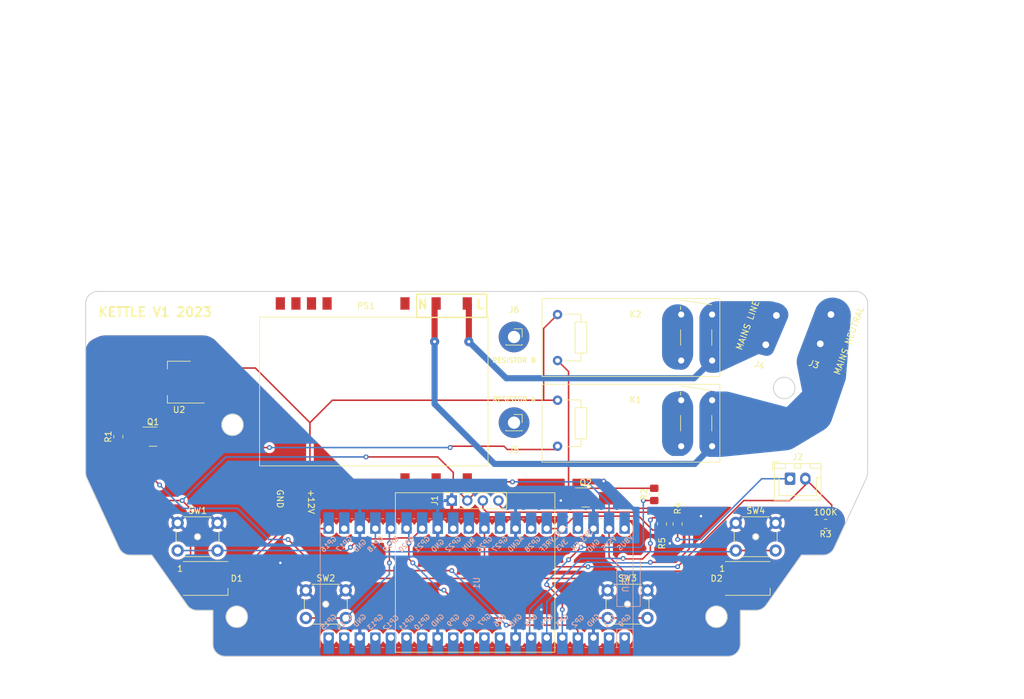
<source format=kicad_pcb>
(kicad_pcb (version 20221018) (generator pcbnew)
  (layers (0 "F.Cu" signal) (31 "B.Cu" signal) (34 "B.Paste" user) (35 "F.Paste" user) (36 "B.SilkS" user "B.Silkscreen") (37 "F.SilkS" user "F.Silkscreen") (38 "B.Mask" user) (39 "F.Mask" user) (44 "Edge.Cuts" user))
  (net 0 "")
  (net 1 "GND")
  (net 2 "+5V")
  (net 3 "/SCL")
  (net 4 "/SDA")
  (net 5 "+3.3V")
  (net 6 "/TEMPERATURE_PIN")
  (net 7 "/RESISTOR_A")
  (net 8 "LINE")
  (net 9 "+12V")
  (net 10 "Net-(Q1-C)")
  (net 11 "/RESISTOR_B")
  (net 12 "NEUT")
  (net 13 "Net-(Q2-C)")
  (net 14 "Net-(Q1-B)")
  (net 15 "Net-(Q2-B)")
  (net 16 "/TRIG_RELAY_A")
  (net 17 "/TRIG_RELAY_B")
  (net 30 "Net-(D1-DOUT)")
  (net 38 "/BTN_PROG")
  (net 39 "/BTN_MINUS")
  (net 40 "/BTN_PLUS")
  (net 41 "/BTN_ON_OFF")
  (net 42 "/LEDS")
  (footprint "Connector_PinSocket_2.54mm:PinSocket_1x04_P2.54mm_Vertical" (layer "F.Cu") (at 59.69 -25.4 90)
    (fp_text reference "J1")
    (fp_text value "SSD1306")
  )
  (footprint "Resistor_SMD:R_0805_2012Metric_Pad1.20x1.40mm_HandSolder" (layer "F.Cu") (at 120.65 -21.59 180)
    (fp_text reference "R3")
    (fp_text value "100K")
  )
  (footprint "Resistor_SMD:R_0805_2012Metric_Pad1.20x1.40mm_HandSolder" (layer "F.Cu") (at 92.71 -26.4 90)
    (fp_text reference "R2")
    (fp_text value "10K")
  )
  (footprint "Button_Switch_THT:SW_PUSH_6mm_H4.3mm" (layer "F.Cu") (at 35.91 -10.75)
    (fp_text reference "SW2")
    (fp_text value "MINUS")
  )
  (footprint "local:SOT-23 - 2N2222 BEC" (layer "F.Cu") (at 81.534 -25.908)
    (fp_text reference "Q2")
    (fp_text value "PN2222A")
  )
  (footprint "local:relay_RZHH 1 form A NO" (layer "F.Cu") (at 74.405 -58.325)
    (fp_text reference "K2")
    (fp_text value "Relay_SPST-NO")
  )
  (footprint "LED_SMD:LED_WS2812B_PLCC4_5.0x5.0mm_P3.2mm" (layer "F.Cu") (at 107.95 -12.7)
    (fp_text reference "D2")
    (fp_text value "WS2812B")
  )
  (footprint "local:relay_RZHH 1 form A NO" (layer "F.Cu") (at 74.405 -44.355)
    (fp_text reference "K1")
    (fp_text value "Relay_SPST-NO")
  )
  (footprint "Connector_PinSocket_2.54mm:PinSocket_1x01_P2.54mm_Vertical" (layer "F.Cu") (at 69.85 -38.1)
    (fp_text reference "J5")
    (fp_text value "RESISTOR A")
  )
  (footprint "Connector_PinSocket_2.54mm:PinSocket_1x01_P2.54mm_Vertical" (layer "F.Cu") (at 69.85 -52.07)
    (fp_text reference "J6")
    (fp_text value "RESISTOR B")
  )
  (footprint "Converter_ACDC:Converter_ACDC_MeanWell_IRM-03-xx_SMD" (layer "F.Cu") (at 46.99 -43.18 -90)
    (fp_text reference "PS1")
    (fp_text value "IRM-03-12S")
  )
  (footprint "local:mains connector" (layer "F.Cu") (at 110.891269 -50.8 -20)
    (fp_text reference "J4")
    (fp_text value "MAINS LINE")
  )
  (footprint "Resistor_SMD:R_0805_2012Metric_Pad1.20x1.40mm_HandSolder" (layer "F.Cu") (at 93.98 -21.59 -90)
    (fp_text reference "R5")
    (fp_text value "10K")
  )
  (footprint "Resistor_SMD:R_0805_2012Metric_Pad1.20x1.40mm_HandSolder" (layer "F.Cu") (at 96.52 -21.59 -90)
    (fp_text reference "R4")
    (fp_text value "10K")
  )
  (footprint "Button_Switch_THT:SW_PUSH_6mm_H4.3mm" (layer "F.Cu") (at 15 -21.75)
    (fp_text reference "SW1")
    (fp_text value "PROG")
  )
  (footprint "Connector_JST:JST_XH_B2B-XH-A_1x02_P2.50mm_Vertical" (layer "F.Cu") (at 114.848 -28.956)
    (fp_text reference "J2")
    (fp_text value "Conn_01x02_Pin")
  )
  (footprint "Button_Switch_THT:SW_PUSH_6mm_H4.3mm" (layer "F.Cu") (at 85.1 -10.75)
    (fp_text reference "SW3")
    (fp_text value "PLUS")
  )
  (footprint "local:mains connector" (layer "F.Cu") (at 119.781269 -50.95318 -20)
    (fp_text reference "J3")
    (fp_text value "MAINS NEUTRAL")
  )
  (footprint "Resistor_SMD:R_0805_2012Metric_Pad1.20x1.40mm_HandSolder" (layer "F.Cu") (at 5.334 -35.814 90)
    (fp_text reference "R1")
    (fp_text value "10K")
  )
  (footprint "Button_Switch_THT:SW_PUSH_6mm_H4.3mm" (layer "F.Cu") (at 106 -21.75)
    (fp_text reference "SW4")
    (fp_text value "ON OFF")
  )
  (footprint "LED_SMD:LED_WS2812B_PLCC4_5.0x5.0mm_P3.2mm" (layer "F.Cu") (at 19.558 -12.7)
    (fp_text reference "D1")
    (fp_text value "WS2812B")
  )
  (footprint "Package_TO_SOT_SMD:SOT-223-3_TabPin2" (layer "F.Cu") (at 15.24 -44.704 180)
    (fp_text reference "U2")
    (fp_text value "AP1117-50")
  )
  (footprint "local:SOT-23 - 2N2222 BEC" (layer "F.Cu") (at 11.0005 -35.814)
    (fp_text reference "Q1")
    (fp_text value "PN2222A")
  )
  (footprint "local:RPi_Pico_SMD_TH" (layer "B.Cu") (at 63.754 -11.938 90)
    (fp_text reference "U1")
    (fp_text value "Pico")
  )
  (gr_rect (start 53.975 -59.055) (end 65.405 -55.245) (stroke (width 0.2)) (fill none) (layer "F.SilkS"))
  (gr_line (start 16.552401 -8.34699) (end 10.8 -16.5) (stroke (width 0.15)) (layer "Edge.Cuts"))
  (gr_circle (center 113.9 -43.75) (end 115.65 -43.75) (stroke (width 0.15)) (fill none) (layer "Edge.Cuts"))
  (gr_arc (start 0 -57.5) (mid 0.585786 -58.914214) (end 2 -59.5) (stroke (width 0.15)) (layer "Edge.Cuts"))
  (gr_circle (center 24.65 -6.45) (end 26.4 -6.45) (stroke (width 0.15)) (fill none) (layer "Edge.Cuts"))
  (gr_circle (center 102.85 -6.45) (end 104.6 -6.45) (stroke (width 0.15)) (fill none) (layer "Edge.Cuts"))
  (gr_circle (center 23.95 -37.75) (end 25.7 -37.75) (stroke (width 0.15)) (fill none) (layer "Edge.Cuts"))
  (gr_line (start 0 -57.5) (end 0 -29.939274) (stroke (width 0.15)) (layer "Edge.Cuts"))
  (gr_line (start 125.5 -59.5) (end 2 -59.5) (stroke (width 0.15)) (layer "Edge.Cuts"))
  (gr_line (start 20.75 -2) (end 20.75 -7.5) (stroke (width 0.15)) (layer "Edge.Cuts"))
  (gr_arc (start 7.279665 -16.5) (mid 6.20176 -16.815331) (end 5.463746 -17.661884) (stroke (width 0.15)) (layer "Edge.Cuts"))
  (gr_circle (center 18.25 -19.5) (end 18.75 -19.5) (stroke (width 0.15)) (fill none) (layer "Edge.Cuts"))
  (gr_circle (center 39.15 -8.5) (end 39.65 -8.5) (stroke (width 0.15)) (fill none) (layer "Edge.Cuts"))
  (gr_arc (start 127.5 -29.939274) (mid 127.453432 -29.510229) (end 127.315919 -29.101157) (stroke (width 0.15)) (layer "Edge.Cuts"))
  (gr_line (start 116.7 -16.5) (end 110.947599 -8.34699) (stroke (width 0.15)) (layer "Edge.Cuts"))
  (gr_arc (start 18.186589 -7.5) (mid 17.266272 -7.724332) (end 16.552401 -8.34699) (stroke (width 0.15)) (layer "Edge.Cuts"))
  (gr_arc (start 122.036254 -17.661884) (mid 121.298245 -16.815316) (end 120.220335 -16.5) (stroke (width 0.15)) (layer "Edge.Cuts"))
  (gr_arc (start 125.5 -59.5) (mid 126.914214 -58.914214) (end 127.5 -57.5) (stroke (width 0.15)) (layer "Edge.Cuts"))
  (gr_arc (start 106.75 -2) (mid 106.164214 -0.585786) (end 104.75 0) (stroke (width 0.15)) (layer "Edge.Cuts"))
  (gr_arc (start 0.184081 -29.101157) (mid 0.046563 -29.510227) (end 0 -29.939274) (stroke (width 0.15)) (layer "Edge.Cuts"))
  (gr_line (start 10.8 -16.5) (end 7.279665 -16.5) (stroke (width 0.15)) (layer "Edge.Cuts"))
  (gr_line (start 109.313411 -7.5) (end 106.75 -7.5) (stroke (width 0.15)) (layer "Edge.Cuts"))
  (gr_line (start 22.75 0) (end 104.75 0) (stroke (width 0.15)) (layer "Edge.Cuts"))
  (gr_line (start 127.315919 -29.101157) (end 122.036254 -17.661884) (stroke (width 0.15)) (layer "Edge.Cuts"))
  (gr_line (start 127.5 -29.939274) (end 127.5 -57.5) (stroke (width 0.15)) (layer "Edge.Cuts"))
  (gr_circle (center 88.35 -8.5) (end 88.85 -8.5) (stroke (width 0.15)) (fill none) (layer "Edge.Cuts"))
  (gr_line (start 5.463746 -17.661884) (end 0.184081 -29.101157) (stroke (width 0.15)) (layer "Edge.Cuts"))
  (gr_line (start 120.220335 -16.5) (end 116.7 -16.5) (stroke (width 0.15)) (layer "Edge.Cuts"))
  (gr_line (start 106.75 -7.5) (end 106.75 -2) (stroke (width 0.15)) (layer "Edge.Cuts"))
  (gr_circle (center 109.25 -19.5) (end 109.75 -19.5) (stroke (width 0.15)) (fill none) (layer "Edge.Cuts"))
  (gr_line (start 20.75 -7.5) (end 18.186589 -7.5) (stroke (width 0.15)) (layer "Edge.Cuts"))
  (gr_arc (start 22.75 0) (mid 21.335786 -0.585786) (end 20.75 -2) (stroke (width 0.15)) (layer "Edge.Cuts"))
  (gr_arc (start 110.947599 -8.34699) (mid 110.233733 -7.724324) (end 109.313411 -7.5) (stroke (width 0.15)) (layer "Edge.Cuts"))
  (gr_text "+12V" (at 36.195 -27.305 270) (layer "F.SilkS") (effects (font (size 1 1)) (justify left bottom)))
  (gr_text "L" (at 63.5 -56.515) (layer "F.SilkS") (effects (font (size 1.5 1.5) (thickness 0.3) bold) (justify left bottom)))
  (gr_text "N" (at 53.975 -56.515) (layer "F.SilkS") (effects (font (size 1.5 1.5) (thickness 0.3) bold) (justify left bottom)))
  (gr_text "KETTLE V1 2023" (at 1.905 -55.245) (layer "F.SilkS") (effects (font (size 1.5 1.5) (thickness 0.3) bold) (justify left bottom)))
  (gr_text "GND" (at 31.115 -27.305 -90) (layer "F.SilkS") (effects (font (size 1 1)) (justify left bottom)))
  (via (at 95.25 -18.415) (size 0.8) (drill 0.4) (layers "F.Cu" "B.Cu") (net 1))
  (via (at 84.455 -28.575) (size 0.8) (drill 0.4) (layers "F.Cu" "B.Cu") (net 1))
  (via (at 74.295 -7.62) (size 0.8) (drill 0.4) (layers "F.Cu" "B.Cu") (net 1))
  (via (at 31.75 -15.24) (size 0.8) (drill 0.4) (layers "F.Cu" "B.Cu") (net 1))
  (via (at 77.47 -25.4) (size 0.8) (drill 0.4) (layers "F.Cu" "B.Cu") (net 1))
  (via (at 100.33 -22.86) (size 0.8) (drill 0.4) (layers "F.Cu" "B.Cu") (net 1))
  (segment (start 57.404 -32.512) (end 45.72 -32.512) (width 0.25) (layer "F.Cu") (net 2))
  (segment (start 87.72 -13.88) (end 85.344 -16.256) (width 0.25) (layer "F.Cu") (net 2))
  (segment (start 10.668 -25.4) (end 15.748 -25.4) (width 0.25) (layer "F.Cu") (net 2))
  (segment (start 2.54 -37.592) (end 2.54 -33.528) (width 0.25) (layer "F.Cu") (net 2))
  (segment (start 65.278 -28.448) (end 67.056 -28.448) (width 0.25) (layer "F.Cu") (net 2))
  (segment (start 67.056 -28.448) (end 69.596 -28.448) (width 0.25) (layer "F.Cu") (net 2))
  (segment (start 15.748 -41.148) (end 14.224 -39.624) (width 0.25) (layer "F.Cu") (net 2))
  (segment (start 59.944 -27.686) (end 59.944 -29.972) (width 0.25) (layer "F.Cu") (net 2))
  (segment (start 18.39 -44.704) (end 16.764 -44.704) (width 0.25) (layer "F.Cu") (net 2))
  (segment (start 105.03 -13.88) (end 87.72 -13.88) (width 0.25) (layer "F.Cu") (net 2))
  (segment (start 62.23 -25.4) (end 59.944 -27.686) (width 0.25) (layer "F.Cu") (net 2))
  (segment (start 62.23 -25.4) (end 65.278 -28.448) (width 0.25) (layer "F.Cu") (net 2))
  (segment (start 2.54 -33.528) (end 10.668 -25.4) (width 0.25) (layer "F.Cu") (net 2))
  (segment (start 105.5 -14.35) (end 105.03 -13.88) (width 0.25) (layer "F.Cu") (net 2))
  (segment (start 14.224 -39.624) (end 4.572 -39.624) (width 0.25) (layer "F.Cu") (net 2))
  (segment (start 17.108 -24.04) (end 17.108 -14.35) (width 0.25) (layer "F.Cu") (net 2))
  (segment (start 85.344 -16.256) (end 85.344 -20.828) (width 0.25) (layer "F.Cu") (net 2))
  (segment (start 4.572 -39.624) (end 2.54 -37.592) (width 0.25) (layer "F.Cu") (net 2))
  (segment (start 15.748 -43.688) (end 15.748 -41.148) (width 0.25) (layer "F.Cu") (net 2))
  (segment (start 59.944 -29.972) (end 57.404 -32.512) (width 0.25) (layer "F.Cu") (net 2))
  (segment (start 15.748 -25.4) (end 17.108 -24.04) (width 0.25) (layer "F.Cu") (net 2))
  (segment (start 16.764 -44.704) (end 15.748 -43.688) (width 0.25) (layer "F.Cu") (net 2))
  (segment (start 16.764 -44.704) (end 12.09 -44.704) (width 0.25) (layer "F.Cu") (net 2))
  (via (at 69.596 -28.448) (size 0.8) (drill 0.4) (layers "F.Cu" "B.Cu") (net 2))
  (via (at 45.72 -32.512) (size 0.8) (drill 0.4) (layers "F.Cu" "B.Cu") (net 2))
  (via (at 15.748 -25.4) (size 0.8) (drill 0.4) (layers "F.Cu" "B.Cu") (net 2))
  (segment (start 45.72 -32.512) (end 22.86 -32.512) (width 0.25) (layer "B.Cu") (net 2))
  (segment (start 81.788 -28.448) (end 85.344 -24.892) (width 0.25) (layer "B.Cu") (net 2))
  (segment (start 85.344 -24.892) (end 85.344 -20.828) (width 0.25) (layer "B.Cu") (net 2))
  (segment (start 22.86 -32.512) (end 15.748 -25.4) (width 0.25) (layer "B.Cu") (net 2))
  (segment (start 69.596 -28.448) (end 81.788 -28.448) (width 0.25) (layer "B.Cu") (net 2))
  (segment (start 87.72 -15.875) (end 87.63 -15.965) (width 0.25) (layer "F.Cu") (net 3))
  (segment (start 92.075 -18.415) (end 92.075 -17.145) (width 0.25) (layer "F.Cu") (net 3))
  (segment (start 65.405 -23.495) (end 64.77 -24.13) (width 0.25) (layer "F.Cu") (net 3))
  (segment (start 90.805 -15.875) (end 87.72 -15.875) (width 0.25) (layer "F.Cu") (net 3))
  (segment (start 93.98 -22.59) (end 93.075 -23.495) (width 0.25) (layer "F.Cu") (net 3))
  (segment (start 92.075 -17.145) (end 90.805 -15.875) (width 0.25) (layer "F.Cu") (net 3))
  (segment (start 93.075 -23.495) (end 65.405 -23.495) (width 0.25) (layer "F.Cu") (net 3))
  (segment (start 93.98 -22.59) (end 92.44 -22.59) (width 0.25) (layer "F.Cu") (net 3))
  (segment (start 92.44 -22.59) (end 92.075 -22.225) (width 0.25) (layer "F.Cu") (net 3))
  (segment (start 64.77 -24.13) (end 64.77 -25.4) (width 0.25) (layer "F.Cu") (net 3))
  (via (at 92.075 -18.415) (size 0.8) (drill 0.4) (layers "F.Cu" "B.Cu") (net 3))
  (via (at 92.075 -22.225) (size 0.8) (drill 0.4) (layers "F.Cu" "B.Cu") (net 3))
  (via (at 87.63 -15.965) (size 0.8) (drill 0.4) (layers "F.Cu" "B.Cu") (net 3))
  (segment (start 72.39 -3.302) (end 72.39 -7.62) (width 0.25) (layer "B.Cu") (net 3))
  (segment (start 92.075 -22.225) (end 92.075 -18.415) (width 0.25) (layer "B.Cu") (net 3))
  (segment (start 80.735 -15.965) (end 87.63 -15.965) (width 0.25) (layer "B.Cu") (net 3))
  (segment (start 72.39 -7.62) (end 80.735 -15.965) (width 0.25) (layer "B.Cu") (net 3))
  (segment (start 72.644 -3.048) (end 72.39 -3.302) (width 0.25) (layer "B.Cu") (net 3))
  (segment (start 96.52 -22.59) (end 94.98 -24.13) (width 0.25) (layer "F.Cu") (net 4))
  (segment (start 96.52 -22.59) (end 98.06 -22.59) (width 0.25) (layer "F.Cu") (net 4))
  (segment (start 98.425 -17.535305) (end 96.219695 -15.33) (width 0.25) (layer "F.Cu") (net 4))
  (segment (start 98.06 -22.59) (end 98.425 -22.225) (width 0.25) (layer "F.Cu") (net 4))
  (segment (start 96.219695 -15.33) (end 92.075 -15.33) (width 0.25) (layer "F.Cu") (net 4))
  (segment (start 67.31 -24.765) (end 67.31 -25.4) (width 0.25) (layer "F.Cu") (net 4))
  (segment (start 98.425 -22.225) (end 98.425 -17.535305) (width 0.25) (layer "F.Cu") (net 4))
  (segment (start 67.945 -24.13) (end 67.31 -24.765) (width 0.25) (layer "F.Cu") (net 4))
  (segment (start 94.98 -24.13) (end 67.945 -24.13) (width 0.25) (layer "F.Cu") (net 4))
  (via (at 92.075 -15.33) (size 0.8) (drill 0.4) (layers "F.Cu" "B.Cu") (net 4))
  (segment (start 81.614695 -15.33) (end 85.390305 -15.33) (width 0.25) (layer "B.Cu") (net 4))
  (segment (start 85.480305 -15.24) (end 91.985 -15.24) (width 0.25) (layer "B.Cu") (net 4))
  (segment (start 75.184 -8.899305) (end 81.614695 -15.33) (width 0.25) (layer "B.Cu") (net 4))
  (segment (start 85.390305 -15.33) (end 85.480305 -15.24) (width 0.25) (layer "B.Cu") (net 4))
  (segment (start 91.985 -15.24) (end 92.075 -15.33) (width 0.25) (layer "B.Cu") (net 4))
  (segment (start 75.184 -3.048) (end 75.184 -8.899305) (width 0.25) (layer "B.Cu") (net 4))
  (segment (start 90.17 -22.86) (end 79.756 -22.86) (width 0.25) (layer "F.Cu") (net 5))
  (segment (start 96.52 -19.05) (end 96.52 -20.59) (width 0.25) (layer "F.Cu") (net 5))
  (segment (start 92.44 -20.59) (end 90.17 -22.86) (width 0.25) (layer "F.Cu") (net 5))
  (segment (start 77.724 -20.828) (end 75.184 -20.828) (width 0.25) (layer "F.Cu") (net 5))
  (segment (start 96.52 -20.59) (end 93.98 -20.59) (width 0.25) (layer "F.Cu") (net 5))
  (segment (start 93.98 -20.59) (end 92.44 -20.59) (width 0.25) (layer "F.Cu") (net 5))
  (segment (start 79.756 -22.86) (end 77.724 -20.828) (width 0.25) (layer "F.Cu") (net 5))
  (via (at 96.52 -19.05) (size 0.8) (drill 0.4) (layers "F.Cu" "B.Cu") (net 5))
  (segment (start 100.33 -19.05) (end 96.52 -19.05) (width 0.25) (layer "B.Cu") (net 5))
  (segment (start 114.848 -28.956) (end 110.236 -28.956) (width 0.25) (layer "B.Cu") (net 5))
  (segment (start 110.236 -28.956) (end 100.33 -19.05) (width 0.25) (layer "B.Cu") (net 5))
  (segment (start 121.65 -21.59) (end 121.65 -24.654) (width 0.25) (layer "F.Cu") (net 6))
  (segment (start 121.65 -24.654) (end 117.348 -28.956) (width 0.25) (layer "F.Cu") (net 6))
  (segment (start 81.915 -14.605) (end 66.675 -14.605) (width 0.25) (layer "F.Cu") (net 6))
  (segment (start 107.315 -25.4) (end 114.808 -25.4) (width 0.25) (layer "F.Cu") (net 6))
  (segment (start 117.348 -27.94) (end 117.348 -28.956) (width 0.25) (layer "F.Cu") (net 6))
  (segment (start 114.808 -25.4) (end 117.348 -27.94) (width 0.25) (layer "F.Cu") (net 6))
  (segment (start 66.675 -14.605) (end 65.024 -16.256) (width 0.25) (layer "F.Cu") (net 6))
  (segment (start 96.52 -14.605) (end 107.315 -25.4) (width 0.25) (layer "F.Cu") (net 6))
  (segment (start 65.024 -16.256) (end 65.024 -20.828) (width 0.25) (layer "F.Cu") (net 6))
  (via (at 96.52 -14.605) (size 0.8) (drill 0.4) (layers "F.Cu" "B.Cu") (net 6))
  (via (at 81.915 -14.605) (size 0.8) (drill 0.4) (layers "F.Cu" "B.Cu") (net 6))
  (segment (start 96.52 -14.605) (end 81.915 -14.605) (width 0.25) (layer "B.Cu") (net 6))
  (segment (start 62.484 -57.276) (end 62.23 -57.53) (width 1) (layer "F.Cu") (net 8))
  (segment (start 62.484 -51.308) (end 62.484 -57.276) (width 1) (layer "F.Cu") (net 8))
  (via (at 62.484 -51.308) (size 1.5) (drill 0.5) (layers "F.Cu" "B.Cu") (net 8))
  (segment (start 99.187 -45.339) (end 68.58 -45.339) (width 1) (layer "B.Cu") (net 8))
  (segment (start 68.58 -45.339) (end 62.484 -51.308) (width 1) (layer "B.Cu") (net 8))
  (segment (start 102.145 -48.225) (end 99.187 -45.339) (width 1) (layer "B.Cu") (net 8))
  (segment (start 36.83 -29.21) (end 36.83 -28.83) (width 0.25) (layer "F.Cu") (net 9))
  (segment (start 74.676 -53.456) (end 74.676 -41.755) (width 0.25) (layer "F.Cu") (net 9))
  (segment (start 40.231 -41.755) (end 36.576 -38.1) (width 0.25) (layer "F.Cu") (net 9))
  (segment (start 36.576 -38.1) (end 36.576 -29.464) (width 0.25) (layer "F.Cu") (net 9))
  (segment (start 27.672 -47.004) (end 36.576 -38.1) (width 0.25) (layer "F.Cu") (net 9))
  (segment (start 74.676 -41.755) (end 40.231 -41.755) (width 0.25) (layer "F.Cu") (net 9))
  (segment (start 18.39 -47.004) (end 27.672 -47.004) (width 0.25) (layer "F.Cu") (net 9))
  (segment (start 36.576 -29.464) (end 36.83 -29.21) (width 0.25) (layer "F.Cu") (net 9))
  (segment (start 76.945 -55.725) (end 74.676 -53.456) (width 0.25) (layer "F.Cu") (net 9))
  (segment (start 76.945 -41.755) (end 74.676 -41.755) (width 0.25) (layer "F.Cu") (net 9))
  (segment (start 76.409572 -33.719572) (end 76.945 -34.255) (width 0.25) (layer "F.Cu") (net 10))
  (segment (start 14.478 -35.814) (end 16.256 -34.036) (width 0.25) (layer "F.Cu") (net 10))
  (segment (start 11.938 -35.814) (end 14.478 -35.814) (width 0.25) (layer "F.Cu") (net 10))
  (segment (start 59.655 -34.255) (end 68.216665 -34.255) (width 0.25) (layer "F.Cu") (net 10))
  (segment (start 16.256 -34.036) (end 29.972 -34.036) (width 0.25) (layer "F.Cu") (net 10))
  (segment (start 68.216665 -34.255) (end 68.752093 -33.719572) (width 0.25) (layer "F.Cu") (net 10))
  (segment (start 59.436 -34.036) (end 59.655 -34.255) (width 0.25) (layer "F.Cu") (net 10))
  (segment (start 68.752093 -33.719572) (end 76.409572 -33.719572) (width 0.25) (layer "F.Cu") (net 10))
  (via (at 29.972 -34.036) (size 0.8) (drill 0.4) (layers "F.Cu" "B.Cu") (net 10))
  (via (at 59.436 -34.036) (size 0.8) (drill 0.4) (layers "F.Cu" "B.Cu") (net 10))
  (segment (start 29.972 -34.036) (end 59.436 -34.036) (width 0.25) (layer "B.Cu") (net 10))
  (segment (start 56.896 -57.276) (end 57.15 -57.53) (width 1) (layer "F.Cu") (net 12))
  (segment (start 56.896 -51.308) (end 56.896 -57.276) (width 1) (layer "F.Cu") (net 12))
  (via (at 56.896 -51.308) (size 1.5) (drill 0.5) (layers "F.Cu" "B.Cu") (net 12))
  (segment (start 102.145 -34.255) (end 99.314 -31.369) (width 1) (layer "B.Cu") (net 12))
  (segment (start 66.675 -31.369) (end 56.896 -41.148) (width 1) (layer "B.Cu") (net 12))
  (segment (start 99.314 -31.369) (end 66.675 -31.369) (width 1) (layer "B.Cu") (net 12))
  (segment (start 56.896 -41.148) (end 56.896 -51.308) (width 1) (layer "B.Cu") (net 12))
  (segment (start 82.4715 -25.908) (end 79.502 -25.908) (width 0.25) (layer "F.Cu") (net 13))
  (segment (start 78.74 -26.67) (end 78.74 -46.43) (width 0.25) (layer "F.Cu") (net 13))
  (segment (start 79.502 -25.908) (end 78.74 -26.67) (width 0.25) (layer "F.Cu") (net 13))
  (segment (start 78.74 -46.43) (end 76.945 -48.225) (width 0.25) (layer "F.Cu") (net 13))
  (segment (start 5.384 -36.764) (end 5.334 -36.814) (width 0.25) (layer "F.Cu") (net 14))
  (segment (start 10.063 -36.764) (end 5.384 -36.764) (width 0.25) (layer "F.Cu") (net 14))
  (segment (start 92.71 -27.4) (end 81.1385 -27.4) (width 0.25) (layer "F.Cu") (net 15))
  (segment (start 81.1385 -27.4) (end 80.5965 -26.858) (width 0.25) (layer "F.Cu") (net 15))
  (segment (start 5.334 -34.671) (end 12.065 -27.94) (width 0.25) (layer "F.Cu") (net 16))
  (segment (start 68.58 -5.08) (end 79.375 -5.08) (width 0.25) (layer "F.Cu") (net 16))
  (segment (start 58.42 -13.97) (end 59.69 -13.97) (width 0.25) (layer "F.Cu") (net 16))
  (segment (start 33.02 -19.05) (end 38.1 -13.97) (width 0.25) (layer "F.Cu") (net 16))
  (segment (start 5.334 -34.814) (end 5.334 -34.671) (width 0.25) (layer "F.Cu") (net 16))
  (segment (start 38.1 -13.97) (end 58.42 -13.97) (width 0.25) (layer "F.Cu") (net 16))
  (segment (start 79.375 -5.08) (end 80.264 -4.191) (width 0.25) (layer "F.Cu") (net 16))
  (segment (start 80.264 -4.191) (end 80.264 -3.048) (width 0.25) (layer "F.Cu") (net 16))
  (via (at 68.58 -5.08) (size 0.8) (drill 0.4) (layers "F.Cu" "B.Cu") (net 16))
  (via (at 12.065 -27.94) (size 0.8) (drill 0.4) (layers "F.Cu" "B.Cu") (net 16))
  (via (at 33.02 -19.05) (size 0.8) (drill 0.4) (layers "F.Cu" "B.Cu") (net 16))
  (via (at 59.69 -13.97) (size 0.8) (drill 0.4) (layers "F.Cu" "B.Cu") (net 16))
  (segment (start 24.765 -24.13) (end 29.845 -19.05) (width 0.25) (layer "B.Cu") (net 16))
  (segment (start 59.69 -13.97) (end 68.58 -5.08) (width 0.25) (layer "B.Cu") (net 16))
  (segment (start 29.845 -19.05) (end 33.02 -19.05) (width 0.25) (layer "B.Cu") (net 16))
  (segment (start 15.875 -24.13) (end 24.765 -24.13) (width 0.25) (layer "B.Cu") (net 16))
  (segment (start 12.065 -27.94) (end 15.875 -24.13) (width 0.25) (layer "B.Cu") (net 16))
  (segment (start 92.71 -25.4) (end 90.932 -25.4) (width 0.25) (layer "F.Cu") (net 17))
  (segment (start 77.724 -9.144) (end 77.724 -7.62) (width 0.25) (layer "F.Cu") (net 17))
  (segment (start 75.184 -11.684) (end 77.724 -9.144) (width 0.25) (layer "F.Cu") (net 17))
  (segment (start 80.772 -17.78) (end 78.74 -15.748) (width 0.25) (layer "F.Cu") (net 17))
  (via (at 90.932 -25.4) (size 0.8) (drill 0.4) (layers "F.Cu" "B.Cu") (net 17))
  (via (at 80.772 -17.78) (size 0.8) (drill 0.4) (layers "F.Cu" "B.Cu") (net 17))
  (via (at 77.724 -7.62) (size 0.8) (drill 0.4) (layers "F.Cu" "B.Cu") (net 17))
  (via (at 75.184 -11.684) (size 0.8) (drill 0.4) (layers "F.Cu" "B.Cu") (net 17))
  (via (at 78.74 -15.748) (size 0.8) (drill 0.4) (layers "F.Cu" "B.Cu") (net 17))
  (segment (start 90.424 -17.78) (end 80.772 -17.78) (width 0.25) (layer "B.Cu") (net 17))
  (segment (start 78.74 -15.748) (end 75.184 -12.192) (width 0.25) (layer "B.Cu") (net 17))
  (segment (start 77.724 -7.62) (end 77.724 -3.048) (width 0.25) (layer "B.Cu") (net 17))
  (segment (start 75.184 -12.192) (end 75.184 -11.684) (width 0.25) (layer "B.Cu") (net 17))
  (segment (start 90.932 -18.288) (end 90.424 -17.78) (width 0.25) (layer "B.Cu") (net 17))
  (segment (start 90.932 -25.4) (end 90.932 -18.288) (width 0.25) (layer "B.Cu") (net 17))
  (segment (start 109.22 -12.7) (end 110.4 -13.88) (width 0.25) (layer "F.Cu") (net 30))
  (segment (start 110.4 -13.88) (end 110.4 -14.35) (width 0.25) (layer "F.Cu") (net 30))
  (segment (start 17.108 -11.05) (end 18.758 -12.7) (width 0.25) (layer "F.Cu") (net 30))
  (segment (start 18.758 -12.7) (end 109.22 -12.7) (width 0.25) (layer "F.Cu") (net 30))
  (segment (start 43.18 -17.78) (end 44.54 -19.14) (width 0.25) (layer "F.Cu") (net 38))
  (segment (start 50.499695 -19.14) (end 50.663695 -19.304) (width 0.25) (layer "F.Cu") (net 38))
  (segment (start 50.663695 -19.304) (end 53.34 -19.304) (width 0.25) (layer "F.Cu") (net 38))
  (segment (start 53.34 -19.304) (end 54.864 -20.828) (width 0.25) (layer "F.Cu") (net 38))
  (segment (start 44.54 -19.14) (end 50.499695 -19.14) (width 0.25) (layer "F.Cu") (net 38))
  (via (at 43.18 -17.78) (size 0.8) (drill 0.4) (layers "F.Cu" "B.Cu") (net 38))
  (segment (start 21.5 -17.25) (end 15 -17.25) (width 0.25) (layer "B.Cu") (net 38))
  (segment (start 42.65 -17.25) (end 43.18 -17.78) (width 0.25) (layer "B.Cu") (net 38))
  (segment (start 21.5 -17.25) (end 42.65 -17.25) (width 0.25) (layer "B.Cu") (net 38))
  (segment (start 49.53 -15.24) (end 49.53 -18.415) (width 0.25) (layer "F.Cu") (net 39))
  (segment (start 35.91 -6.25) (end 42.41 -6.25) (width 0.25) (layer "F.Cu") (net 39))
  (via (at 49.53 -18.415) (size 0.8) (drill 0.4) (layers "F.Cu" "B.Cu") (net 39))
  (via (at 49.53 -15.24) (size 0.8) (drill 0.4) (layers "F.Cu" "B.Cu") (net 39))
  (segment (start 49.53 -13.37) (end 49.53 -15.24) (width 0.25) (layer "B.Cu") (net 39))
  (segment (start 50.165 -20.447) (end 49.784 -20.828) (width 0.25) (layer "B.Cu") (net 39))
  (segment (start 49.53 -20.574) (end 49.784 -20.828) (width 0.25) (layer "B.Cu") (net 39))
  (segment (start 42.41 -6.25) (end 49.53 -13.37) (width 0.25) (layer "B.Cu") (net 39))
  (segment (start 49.53 -18.415) (end 49.53 -20.574) (width 0.25) (layer "B.Cu") (net 39))
  (segment (start 85.1 -6.25) (end 91.6 -6.25) (width 0.25) (layer "F.Cu") (net 40))
  (segment (start 53.34 -15.24) (end 52.705 -15.875) (width 0.25) (layer "F.Cu") (net 40))
  (segment (start 85.1 -6.25) (end 62.965 -6.25) (width 0.25) (layer "F.Cu") (net 40))
  (segment (start 52.705 -15.875) (end 52.705 -18.415) (width 0.25) (layer "F.Cu") (net 40))
  (segment (start 62.965 -6.25) (end 58.42 -10.795) (width 0.25) (layer "F.Cu") (net 40))
  (via (at 53.34 -15.24) (size 0.8) (drill 0.4) (layers "F.Cu" "B.Cu") (net 40))
  (via (at 58.42 -10.795) (size 0.8) (drill 0.4) (layers "F.Cu" "B.Cu") (net 40))
  (via (at 52.705 -18.415) (size 0.8) (drill 0.4) (layers "F.Cu" "B.Cu") (net 40))
  (segment (start 52.705 -18.415) (end 52.705 -20.447) (width 0.25) (layer "B.Cu") (net 40))
  (segment (start 57.785 -10.795) (end 53.34 -15.24) (width 0.25) (layer "B.Cu") (net 40))
  (segment (start 58.42 -10.795) (end 57.785 -10.795) (width 0.25) (layer "B.Cu") (net 40))
  (segment (start 52.705 -20.447) (end 52.324 -20.828) (width 0.25) (layer "B.Cu") (net 40))
  (segment (start 106 -17.25) (end 112.5 -17.25) (width 0.25) (layer "F.Cu") (net 41))
  (segment (start 48.985 -17.055) (end 47.244 -18.796) (width 0.25) (layer "B.Cu") (net 41))
  (segment (start 105.805 -17.055) (end 48.985 -17.055) (width 0.25) (layer "B.Cu") (net 41))
  (segment (start 106 -17.25) (end 105.805 -17.055) (width 0.25) (layer "B.Cu") (net 41))
  (segment (start 47.244 -18.796) (end 47.244 -20.828) (width 0.25) (layer "B.Cu") (net 41))
  (segment (start 25.78 -14.35) (end 22.008 -14.35) (width 0.25) (layer "F.Cu") (net 42))
  (segment (start 39.624 -20.828) (end 32.258 -20.828) (width 0.25) (layer "F.Cu") (net 42))
  (segment (start 32.258 -20.828) (end 25.78 -14.35) (width 0.25) (layer "F.Cu") (net 42))
  (zone (net 1) (net_name "GND") (layers "F&B.Cu") (priority 3) (connect_pads (clearance 0.5)) (min_thickness 0.25) (fill yes (thermal_gap 0.5) (thermal_bridge_width 0.5) (smoothing fillet) (radius 3))
    (polygon (pts (xy 126.365 -24.384) (xy 89.408 -24.384) (xy 84.836 -28.956) (xy 43.688 -28.956) (xy 20.32 -52.324) (xy 2.54 -52.324) (xy -0.635 -50.8) (xy -0.635 -29.21) (xy 5.715 -15.875) (xy 10.922 -15.875) (xy 16.637 -7.239) (xy 20.193 -7.239) (xy 20.32 -7.112) (xy 20.32 1.778) (xy 107.442 1.778) (xy 107.442 -7.239) (xy 110.49 -7.239) (xy 114.3 -11.43) (xy 116.84 -15.875) (xy 121.92 -15.875)))
  )
  (zone (net 12) (net_name "NEUT") (layer "B.Cu") (priority 1) (connect_pads yes (clearance 0.5)) (min_thickness 0.25) (fill yes (thermal_gap 0.5) (thermal_bridge_width 0.5) (smoothing fillet) (radius 3))
    (polygon (pts (xy 100.076 -32.512) (xy 100.076 -43.18) (xy 104.648 -43.18) (xy 114.3 -40.64) (xy 116.84 -43.18) (xy 115.824 -48.26) (xy 119.888 -58.928) (xy 124.968 -57.912) (xy 123.952 -45.212) (xy 121.285 -37.465) (xy 114.935 -33.655) (xy 103.632 -32.512)))
  )
  (zone (net 7) (net_name "/RESISTOR_A") (layer "B.Cu") (priority 2) (connect_pads yes (clearance 0.5)) (min_thickness 0.25) (fill yes (thermal_gap 0.5) (thermal_bridge_width 0.5) (smoothing fillet) (radius 3))
    (polygon (pts (xy 99.06 -43.18) (xy 93.98 -43.18) (xy 93.98 -32.512) (xy 99.06 -32.512)))
  )
  (zone (net 8) (net_name "LINE") (layer "B.Cu") (connect_pads yes (clearance 0.5)) (min_thickness 0.25) (fill yes (thermal_gap 0.5) (thermal_bridge_width 0.5) (smoothing fillet) (radius 3))
    (polygon (pts (xy 111.76 -57.912) (xy 113.792 -57.404) (xy 114.808 -55.88) (xy 111.76 -48.768) (xy 109.728 -49.276) (xy 103.124 -46.228) (xy 101.092 -46.228) (xy 100.076 -47.752) (xy 100.076 -56.388) (xy 102.108 -57.912) (xy 106.68 -57.912) (xy 109.22 -57.912)))
  )
  (zone (net 11) (net_name "/RESISTOR_B") (layer "B.Cu") (priority 2) (connect_pads yes (clearance 0.5)) (min_thickness 0.25) (fill yes (thermal_gap 0.5) (thermal_bridge_width 0.5) (smoothing fillet) (radius 3))
    (polygon (pts (xy 99.06 -57.404) (xy 93.98 -57.404) (xy 93.98 -46.736) (xy 99.06 -46.736)))
  )
)
</source>
